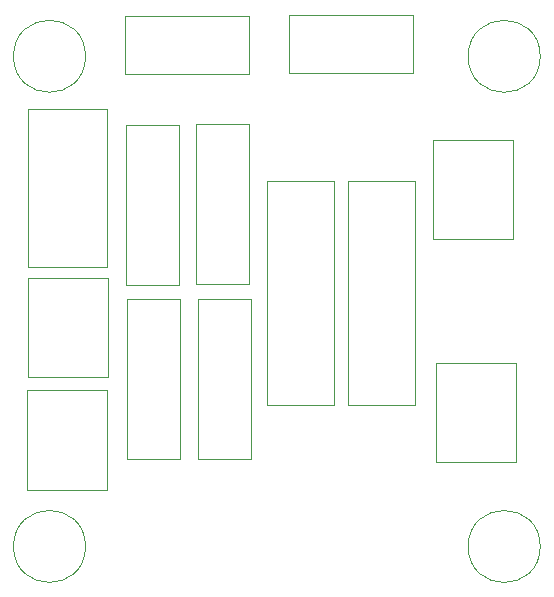
<source format=gbr>
%TF.GenerationSoftware,KiCad,Pcbnew,(6.0.2)*%
%TF.CreationDate,2022-08-24T18:01:38+01:00*%
%TF.ProjectId,solenoid_driver,736f6c65-6e6f-4696-945f-647269766572,rev?*%
%TF.SameCoordinates,Original*%
%TF.FileFunction,Other,User*%
%FSLAX46Y46*%
G04 Gerber Fmt 4.6, Leading zero omitted, Abs format (unit mm)*
G04 Created by KiCad (PCBNEW (6.0.2)) date 2022-08-24 18:01:38*
%MOMM*%
%LPD*%
G01*
G04 APERTURE LIST*
%ADD10C,0.050000*%
G04 APERTURE END LIST*
D10*
%TO.C,J5*%
X113609000Y-112279000D02*
X113609000Y-120679000D01*
X120359000Y-120679000D02*
X120359000Y-112279000D01*
X120359000Y-112279000D02*
X113609000Y-112279000D01*
X113609000Y-120679000D02*
X120359000Y-120679000D01*
%TO.C,REF\u002A\u002A*%
X118550000Y-84000000D02*
G75*
G03*
X118550000Y-84000000I-3050000J0D01*
G01*
X118550000Y-125500000D02*
G75*
G03*
X118550000Y-125500000I-3050000J0D01*
G01*
X157050000Y-84000000D02*
G75*
G03*
X157050000Y-84000000I-3050000J0D01*
G01*
X157050000Y-125500000D02*
G75*
G03*
X157050000Y-125500000I-3050000J0D01*
G01*
%TO.C,J1*%
X113650000Y-88423000D02*
X113650000Y-101823000D01*
X113650000Y-101823000D02*
X120400000Y-101823000D01*
X120400000Y-101823000D02*
X120400000Y-88423000D01*
X120400000Y-88423000D02*
X113650000Y-88423000D01*
%TO.C,R1*%
X132552000Y-104574000D02*
X128052000Y-104574000D01*
X128052000Y-118074000D02*
X132552000Y-118074000D01*
X132552000Y-118074000D02*
X132552000Y-104574000D01*
X128052000Y-104574000D02*
X128052000Y-118074000D01*
%TO.C,D1*%
X146487000Y-113483000D02*
X146487000Y-94543000D01*
X140787000Y-113483000D02*
X146487000Y-113483000D01*
X146487000Y-94543000D02*
X140787000Y-94543000D01*
X140787000Y-94543000D02*
X140787000Y-113483000D01*
%TO.C,D2*%
X139629000Y-113483000D02*
X139629000Y-94543000D01*
X133929000Y-94543000D02*
X133929000Y-113483000D01*
X133929000Y-113483000D02*
X139629000Y-113483000D01*
X139629000Y-94543000D02*
X133929000Y-94543000D01*
%TO.C,J4*%
X148263000Y-118373000D02*
X155013000Y-118373000D01*
X155013000Y-109973000D02*
X148263000Y-109973000D01*
X148263000Y-109973000D02*
X148263000Y-118373000D01*
X155013000Y-118373000D02*
X155013000Y-109973000D01*
%TO.C,Q1*%
X135783500Y-80483500D02*
X135783500Y-85393500D01*
X146283500Y-80483500D02*
X135783500Y-80483500D01*
X146283500Y-85393500D02*
X146283500Y-80483500D01*
X135783500Y-85393500D02*
X146283500Y-85393500D01*
%TO.C,Q2*%
X132377000Y-80547000D02*
X121877000Y-80547000D01*
X132377000Y-85457000D02*
X132377000Y-80547000D01*
X121877000Y-85457000D02*
X132377000Y-85457000D01*
X121877000Y-80547000D02*
X121877000Y-85457000D01*
%TO.C,R2*%
X132425000Y-103270000D02*
X132425000Y-89770000D01*
X127925000Y-89770000D02*
X127925000Y-103270000D01*
X127925000Y-103270000D02*
X132425000Y-103270000D01*
X132425000Y-89770000D02*
X127925000Y-89770000D01*
%TO.C,J2*%
X120422500Y-102734000D02*
X113672500Y-102734000D01*
X113672500Y-111134000D02*
X120422500Y-111134000D01*
X120422500Y-111134000D02*
X120422500Y-102734000D01*
X113672500Y-102734000D02*
X113672500Y-111134000D01*
%TO.C,J3*%
X148009000Y-99450000D02*
X154759000Y-99450000D01*
X154759000Y-99450000D02*
X154759000Y-91050000D01*
X154759000Y-91050000D02*
X148009000Y-91050000D01*
X148009000Y-91050000D02*
X148009000Y-99450000D01*
%TO.C,R4*%
X126583000Y-118074000D02*
X126583000Y-104574000D01*
X122083000Y-118074000D02*
X126583000Y-118074000D01*
X122083000Y-104574000D02*
X122083000Y-118074000D01*
X126583000Y-104574000D02*
X122083000Y-104574000D01*
%TO.C,R3*%
X126456000Y-89825000D02*
X121956000Y-89825000D01*
X121956000Y-103325000D02*
X126456000Y-103325000D01*
X121956000Y-89825000D02*
X121956000Y-103325000D01*
X126456000Y-103325000D02*
X126456000Y-89825000D01*
%TD*%
M02*

</source>
